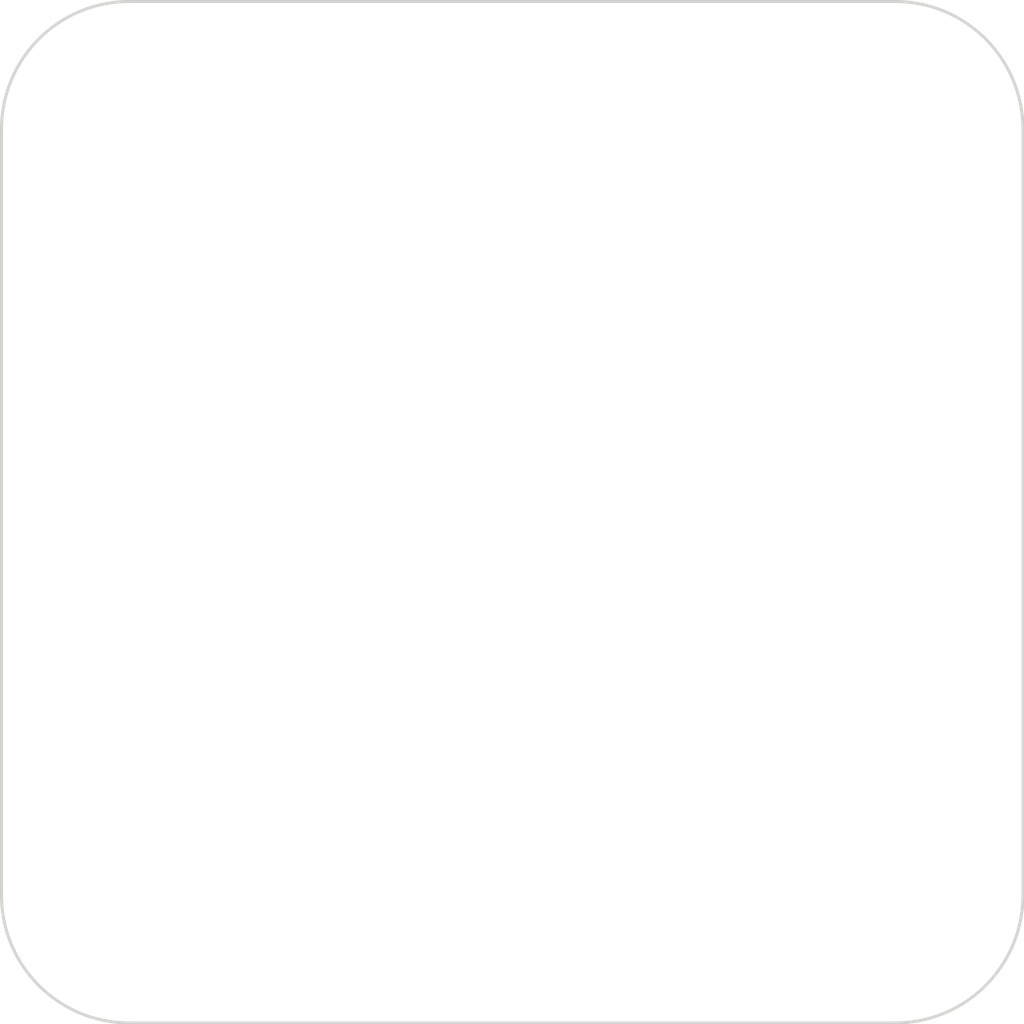
<source format=kicad_pcb>
(kicad_pcb (version 4) (host pcbnew 4.0.5)

  (general
    (links 0)
    (no_connects 0)
    (area 0 0 0 0)
    (thickness 1.6)
    (drawings 8)
    (tracks 0)
    (zones 0)
    (modules 2)
    (nets 1)
  )

  (page A4)
  (layers
    (0 F.Cu signal)
    (31 B.Cu signal)
    (32 B.Adhes user)
    (33 F.Adhes user)
    (34 B.Paste user)
    (35 F.Paste user)
    (36 B.SilkS user)
    (37 F.SilkS user)
    (38 B.Mask user)
    (39 F.Mask user)
    (40 Dwgs.User user)
    (41 Cmts.User user)
    (42 Eco1.User user)
    (43 Eco2.User user)
    (44 Edge.Cuts user)
    (45 Margin user)
    (46 B.CrtYd user)
    (47 F.CrtYd user)
    (48 B.Fab user)
    (49 F.Fab user)
  )

  (setup
    (last_trace_width 0.25)
    (trace_clearance 0.2)
    (zone_clearance 0.254)
    (zone_45_only yes)
    (trace_min 0.2)
    (segment_width 0.2)
    (edge_width 0.15)
    (via_size 0.6)
    (via_drill 0.4)
    (via_min_size 0.4)
    (via_min_drill 0.3)
    (uvia_size 0.3)
    (uvia_drill 0.1)
    (uvias_allowed no)
    (uvia_min_size 0.2)
    (uvia_min_drill 0.1)
    (pcb_text_width 0.3)
    (pcb_text_size 1.5 1.5)
    (mod_edge_width 0.15)
    (mod_text_size 1 1)
    (mod_text_width 0.15)
    (pad_size 1.524 1.524)
    (pad_drill 0.762)
    (pad_to_mask_clearance 0.2)
    (aux_axis_origin 0 0)
    (visible_elements FFFFFF7F)
    (pcbplotparams
      (layerselection 0x00030_80000001)
      (usegerberextensions false)
      (excludeedgelayer true)
      (linewidth 0.150000)
      (plotframeref false)
      (viasonmask false)
      (mode 1)
      (useauxorigin false)
      (hpglpennumber 1)
      (hpglpenspeed 20)
      (hpglpendiameter 15)
      (hpglpenoverlay 2)
      (psnegative false)
      (psa4output false)
      (plotreference true)
      (plotvalue true)
      (plotinvisibletext false)
      (padsonsilk false)
      (subtractmaskfromsilk false)
      (outputformat 1)
      (mirror false)
      (drillshape 1)
      (scaleselection 1)
      (outputdirectory ""))
  )

  (net 0 "")

  (net_class Default "This is the default net class."
    (clearance 0.2)
    (trace_width 0.25)
    (via_dia 0.6)
    (via_drill 0.4)
    (uvia_dia 0.3)
    (uvia_drill 0.1)
  )

  (module Mounting_Holes:MountingHole_2.2mm_M2 (layer F.Cu) (tedit 59C2C638) (tstamp 59C55705)
    (at 50.8 69.85)
    (descr "Mounting Hole 2.2mm, no annular, M2")
    (tags "mounting hole 2.2mm no annular m2")
    (attr virtual)
    (fp_text reference REF** (at 0 -3.2) (layer F.SilkS) hide
      (effects (font (size 1 1) (thickness 0.15)))
    )
    (fp_text value MountingHole_2.2mm_M2 (at 0 3.2) (layer F.Fab) hide
      (effects (font (size 1 1) (thickness 0.15)))
    )
    (fp_text user %R (at 0.3 0) (layer F.Fab) hide
      (effects (font (size 1 1) (thickness 0.15)))
    )
    (fp_circle (center 0 0) (end 2.2 0) (layer Cmts.User) (width 0.15))
    (fp_circle (center 0 0) (end 2.45 0) (layer F.CrtYd) (width 0.05))
    (pad 1 np_thru_hole circle (at 0 0) (size 2.2 2.2) (drill 2.2) (layers *.Cu *.Mask))
  )

  (module Mounting_Holes:MountingHole_2.2mm_M2 (layer F.Cu) (tedit 59C2C638) (tstamp 59C556D9)
    (at 50.8 31.75)
    (descr "Mounting Hole 2.2mm, no annular, M2")
    (tags "mounting hole 2.2mm no annular m2")
    (attr virtual)
    (fp_text reference REF** (at 0 -3.2) (layer F.SilkS) hide
      (effects (font (size 1 1) (thickness 0.15)))
    )
    (fp_text value MountingHole_2.2mm_M2 (at 0 3.2) (layer F.Fab) hide
      (effects (font (size 1 1) (thickness 0.15)))
    )
    (fp_text user %R (at 0.3 0) (layer F.Fab) hide
      (effects (font (size 1 1) (thickness 0.15)))
    )
    (fp_circle (center 0 0) (end 2.2 0) (layer Cmts.User) (width 0.15))
    (fp_circle (center 0 0) (end 2.45 0) (layer F.CrtYd) (width 0.05))
    (pad 1 np_thru_hole circle (at 0 0) (size 2.2 2.2) (drill 2.2) (layers *.Cu *.Mask))
  )

  (gr_arc (start 31.75 69.85) (end 31.75 76.2) (angle 90) (layer Edge.Cuts) (width 0.15))
  (gr_arc (start 69.85 69.85) (end 76.2 69.85) (angle 90) (layer Edge.Cuts) (width 0.15))
  (gr_arc (start 69.85 31.75) (end 69.85 25.4) (angle 90) (layer Edge.Cuts) (width 0.15))
  (gr_arc (start 31.75 31.75) (end 25.4 31.75) (angle 90) (layer Edge.Cuts) (width 0.15))
  (gr_line (start 25.4 69.85) (end 25.4 31.75) (angle 90) (layer Edge.Cuts) (width 0.15))
  (gr_line (start 69.85 76.2) (end 31.75 76.2) (angle 90) (layer Edge.Cuts) (width 0.15))
  (gr_line (start 76.2 31.75) (end 76.2 69.85) (angle 90) (layer Edge.Cuts) (width 0.15))
  (gr_line (start 31.75 25.4) (end 69.85 25.4) (angle 90) (layer Edge.Cuts) (width 0.15))

  (zone (net 0) (net_name "") (layer F.Cu) (tstamp 59C2C599) (hatch edge 0.508)
    (connect_pads (clearance 0.254))
    (min_thickness 0.3048)
    (keepout (tracks not_allowed) (vias not_allowed) (copperpour allowed))
    (fill (arc_segments 16) (thermal_gap 0.1524) (thermal_bridge_width 0.381))
    (polygon
      (pts
        (xy 38.1 76.2) (xy 25.4 76.2) (xy 25.4 63.5) (xy 38.1 63.5)
      )
    )
  )
  (zone (net 0) (net_name "") (layer F.Cu) (tstamp 59C2C5AE) (hatch edge 0.508)
    (connect_pads (clearance 0.254))
    (min_thickness 0.3048)
    (keepout (tracks not_allowed) (vias not_allowed) (copperpour allowed))
    (fill (arc_segments 16) (thermal_gap 0.1524) (thermal_bridge_width 0.381))
    (polygon
      (pts
        (xy 38.1 38.1) (xy 25.4 38.1) (xy 25.4 25.4) (xy 38.1 25.4)
      )
    )
  )
  (zone (net 0) (net_name "") (layer F.Cu) (tstamp 59C2C5BF) (hatch edge 0.508)
    (connect_pads (clearance 0.254))
    (min_thickness 0.3048)
    (keepout (tracks not_allowed) (vias not_allowed) (copperpour allowed))
    (fill (arc_segments 16) (thermal_gap 0.1524) (thermal_bridge_width 0.381))
    (polygon
      (pts
        (xy 76.2 38.1) (xy 63.5 38.1) (xy 63.5 25.4) (xy 76.2 25.4)
      )
    )
  )
  (zone (net 0) (net_name "") (layer F.Cu) (tstamp 59C2C5D4) (hatch edge 0.508)
    (connect_pads (clearance 0.254))
    (min_thickness 0.3048)
    (keepout (tracks not_allowed) (vias not_allowed) (copperpour allowed))
    (fill (arc_segments 16) (thermal_gap 0.1524) (thermal_bridge_width 0.381))
    (polygon
      (pts
        (xy 76.2 76.2) (xy 63.5 76.2) (xy 63.5 63.5) (xy 76.2 63.5)
      )
    )
  )
)

</source>
